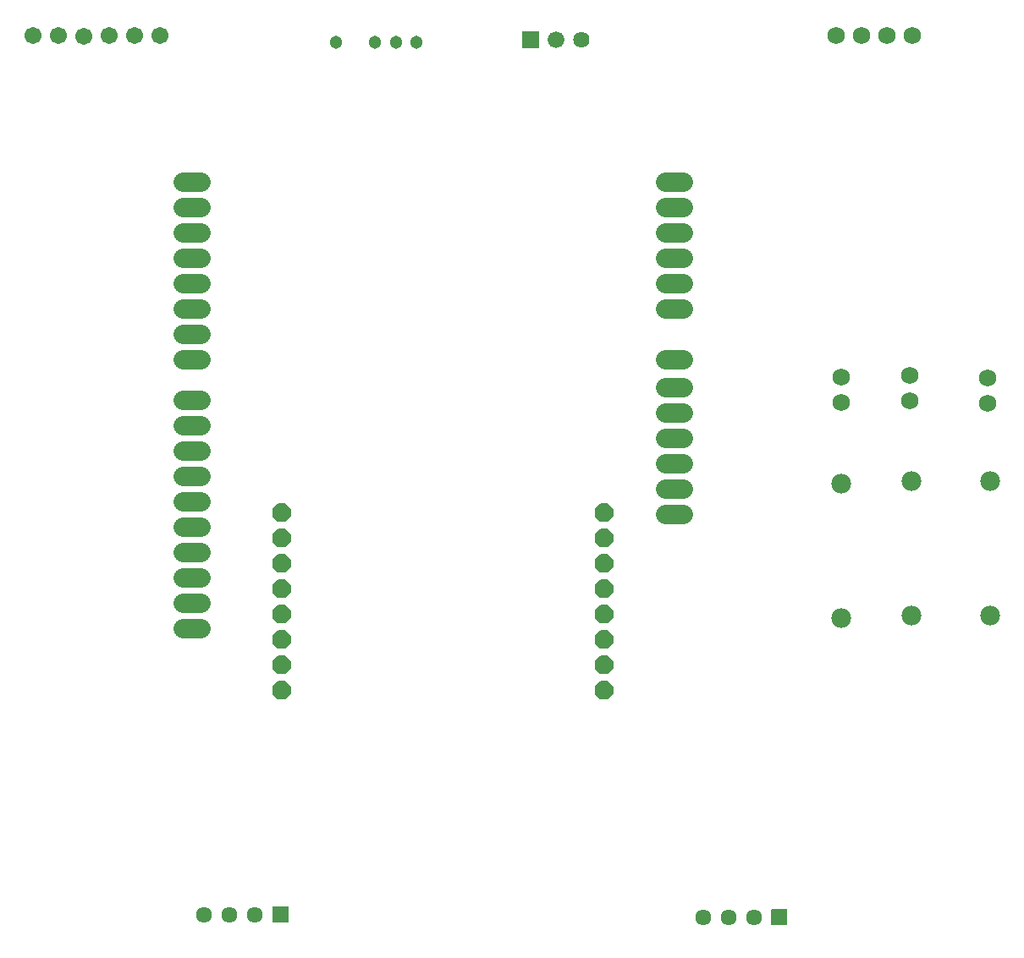
<source format=gbs>
G04 Layer: BottomSolderMaskLayer*
G04 EasyEDA v6.5.5, 2022-05-17 09:42:53*
G04 10cda3a1212d43f89cf9d1cb10f4882f,1cecfb22d57c4bfb82df15c5060036b0,10*
G04 Gerber Generator version 0.2*
G04 Scale: 100 percent, Rotated: No, Reflected: No *
G04 Dimensions in millimeters *
G04 leading zeros omitted , absolute positions ,4 integer and 5 decimal *
%FSLAX45Y45*%
%MOMM*%

%ADD28C,1.9812*%
%ADD30C,1.6096*%
%ADD31C,1.7272*%
%ADD32C,1.7516*%
%ADD33C,1.9812*%
%ADD34C,1.7032*%
%ADD35C,1.3016*%
%ADD36C,1.6256*%
%ADD37C,1.6764*%

%LPD*%
D28*
X6896100Y-5029200D02*
G01*
X7073900Y-5029200D01*
X6896100Y-4775200D02*
G01*
X7073900Y-4775200D01*
X6896100Y-4521200D02*
G01*
X7073900Y-4521200D01*
X6896100Y-4267200D02*
G01*
X7073900Y-4267200D01*
X6896100Y-4013200D02*
G01*
X7073900Y-4013200D01*
X6896100Y-3733800D02*
G01*
X7073900Y-3733800D01*
X6896100Y-3225800D02*
G01*
X7073900Y-3225800D01*
X6896100Y-2971800D02*
G01*
X7073900Y-2971800D01*
X6896100Y-2717800D02*
G01*
X7073900Y-2717800D01*
X6896100Y-2463800D02*
G01*
X7073900Y-2463800D01*
X6896100Y-2209800D02*
G01*
X7073900Y-2209800D01*
X6896100Y-1955800D02*
G01*
X7073900Y-1955800D01*
X2070100Y-1955800D02*
G01*
X2247900Y-1955800D01*
X2070100Y-2209800D02*
G01*
X2247900Y-2209800D01*
X2070100Y-2463800D02*
G01*
X2247900Y-2463800D01*
X2070100Y-2717800D02*
G01*
X2247900Y-2717800D01*
X2070100Y-2971800D02*
G01*
X2247900Y-2971800D01*
X2070100Y-3225800D02*
G01*
X2247900Y-3225800D01*
X2070100Y-3479800D02*
G01*
X2247900Y-3479800D01*
X2070100Y-3733800D02*
G01*
X2247900Y-3733800D01*
X2070100Y-4140200D02*
G01*
X2247900Y-4140200D01*
X2070100Y-4394200D02*
G01*
X2247900Y-4394200D01*
X2070100Y-4648200D02*
G01*
X2247900Y-4648200D01*
X2070100Y-4902200D02*
G01*
X2247900Y-4902200D01*
X2070100Y-5156200D02*
G01*
X2247900Y-5156200D01*
X2070100Y-5410200D02*
G01*
X2247900Y-5410200D01*
X2070100Y-5664200D02*
G01*
X2247900Y-5664200D01*
X2070100Y-5918200D02*
G01*
X2247900Y-5918200D01*
X2070100Y-6172200D02*
G01*
X2247900Y-6172200D01*
X2070100Y-6426200D02*
G01*
X2247900Y-6426200D01*
X6896100Y-5283200D02*
G01*
X7073900Y-5283200D01*
G36*
X7963661Y-9402318D02*
G01*
X7963700Y-9402279D01*
X7962176Y-9402025D01*
X7960652Y-9401263D01*
X7959636Y-9400247D01*
X7958874Y-9398723D01*
X7958620Y-9397199D01*
X7958581Y-9397237D01*
X7958581Y-9246362D01*
X7958620Y-9246400D01*
X7958874Y-9244876D01*
X7959636Y-9243352D01*
X7960652Y-9242336D01*
X7962176Y-9241574D01*
X7963700Y-9241320D01*
X7963661Y-9241281D01*
X8114538Y-9241281D01*
X8114499Y-9241320D01*
X8116023Y-9241574D01*
X8117547Y-9242336D01*
X8118563Y-9243352D01*
X8119325Y-9244876D01*
X8119579Y-9246400D01*
X8119618Y-9246362D01*
X8119618Y-9397237D01*
X8119579Y-9397199D01*
X8119325Y-9398723D01*
X8118563Y-9400247D01*
X8117547Y-9401263D01*
X8116023Y-9402025D01*
X8114499Y-9402279D01*
X8114538Y-9402318D01*
G37*
D30*
G01*
X7785100Y-9321800D03*
G01*
X7531100Y-9321800D03*
G01*
X7277100Y-9321800D03*
G36*
X2972561Y-9376918D02*
G01*
X2972600Y-9376879D01*
X2971076Y-9376625D01*
X2969552Y-9375863D01*
X2968536Y-9374847D01*
X2967774Y-9373323D01*
X2967520Y-9371799D01*
X2967481Y-9371837D01*
X2967481Y-9220962D01*
X2967520Y-9221000D01*
X2967774Y-9219476D01*
X2968536Y-9217952D01*
X2969552Y-9216936D01*
X2971076Y-9216174D01*
X2972600Y-9215920D01*
X2972561Y-9215881D01*
X3123438Y-9215881D01*
X3123399Y-9215920D01*
X3124923Y-9216174D01*
X3126447Y-9216936D01*
X3127463Y-9217952D01*
X3128225Y-9219476D01*
X3128479Y-9221000D01*
X3128518Y-9220962D01*
X3128518Y-9371837D01*
X3128479Y-9371799D01*
X3128225Y-9373323D01*
X3127463Y-9374847D01*
X3126447Y-9375863D01*
X3124923Y-9376625D01*
X3123399Y-9376879D01*
X3123438Y-9376918D01*
G37*
G01*
X2794000Y-9296400D03*
G01*
X2540000Y-9296400D03*
G01*
X2286000Y-9296400D03*
D31*
G01*
X8661389Y-3911589D03*
G01*
X8661389Y-4165589D03*
G01*
X9347189Y-3898889D03*
G01*
X9347189Y-4152889D03*
G01*
X10121889Y-3924289D03*
G01*
X10121889Y-4178289D03*
D32*
G01*
X8610600Y-495427D03*
G01*
X8864600Y-495427D03*
G01*
X9118600Y-495427D03*
G01*
X9372600Y-495172D03*
D33*
G01*
X8661400Y-4976495D03*
G01*
X8661400Y-6326504D03*
G01*
X9359900Y-4951095D03*
G01*
X9359900Y-6301104D03*
G01*
X10147300Y-4951095D03*
G01*
X10147300Y-6301104D03*
D34*
G01*
X1333500Y-495300D03*
G01*
X1841500Y-495300D03*
G01*
X1587500Y-495300D03*
G01*
X1079500Y-497839D03*
G01*
X825500Y-495300D03*
G01*
X571500Y-495300D03*
D35*
G01*
X4406900Y-558800D03*
G01*
X4203700Y-558800D03*
G01*
X3994150Y-558800D03*
G01*
X3606800Y-558800D03*
D36*
G01*
X6057900Y-533400D03*
D37*
G01*
X5803900Y-533400D03*
G36*
X5471159Y-617220D02*
G01*
X5469635Y-616965D01*
X5468111Y-616204D01*
X5467095Y-615187D01*
X5466333Y-613663D01*
X5466079Y-612139D01*
X5466079Y-612139D01*
X5466079Y-454660D01*
X5466079Y-454660D01*
X5466333Y-453136D01*
X5467095Y-451612D01*
X5468111Y-450595D01*
X5469635Y-449834D01*
X5471159Y-449579D01*
X5628640Y-449579D01*
X5630164Y-449834D01*
X5631688Y-450595D01*
X5632704Y-451612D01*
X5633466Y-453136D01*
X5633720Y-454660D01*
X5633720Y-454660D01*
X5633720Y-612139D01*
X5633720Y-612139D01*
X5633466Y-613663D01*
X5632704Y-615187D01*
X5631688Y-616204D01*
X5630164Y-616965D01*
X5628640Y-617220D01*
G37*
G36*
X3025165Y-5362803D02*
G01*
X3022117Y-5361787D01*
X3020593Y-5360771D01*
X3019577Y-5359755D01*
X3019552Y-5359907D01*
X2971291Y-5311647D01*
X2971444Y-5311647D01*
X2970428Y-5310631D01*
X2969412Y-5309107D01*
X2968396Y-5306060D01*
X2968396Y-5304536D01*
X2968497Y-5304536D01*
X2968497Y-5236463D01*
X2968396Y-5236489D01*
X2968396Y-5234965D01*
X2969412Y-5231917D01*
X2970428Y-5230393D01*
X2971444Y-5229377D01*
X2971291Y-5229352D01*
X3019552Y-5181092D01*
X3019577Y-5181269D01*
X3020593Y-5180253D01*
X3022117Y-5179237D01*
X3025165Y-5178221D01*
X3026689Y-5178221D01*
X3026663Y-5178297D01*
X3094736Y-5178297D01*
X3094710Y-5178221D01*
X3096234Y-5178221D01*
X3099282Y-5179237D01*
X3100806Y-5180253D01*
X3101822Y-5181269D01*
X3101847Y-5181092D01*
X3150108Y-5229352D01*
X3149955Y-5229377D01*
X3150971Y-5230393D01*
X3151987Y-5231917D01*
X3153003Y-5234965D01*
X3153003Y-5236489D01*
X3152902Y-5236463D01*
X3152902Y-5304536D01*
X3153003Y-5304536D01*
X3153003Y-5306060D01*
X3151987Y-5309107D01*
X3150971Y-5310631D01*
X3149955Y-5311647D01*
X3150108Y-5311647D01*
X3101847Y-5359907D01*
X3101822Y-5359755D01*
X3100806Y-5360771D01*
X3099282Y-5361787D01*
X3096234Y-5362803D01*
X3094710Y-5362803D01*
X3094736Y-5362702D01*
X3026663Y-5362702D01*
X3026689Y-5362803D01*
G37*
G36*
X3025165Y-5616803D02*
G01*
X3022117Y-5615787D01*
X3020593Y-5614771D01*
X3019577Y-5613755D01*
X3019552Y-5613907D01*
X2971291Y-5565647D01*
X2971444Y-5565647D01*
X2970428Y-5564631D01*
X2969412Y-5563107D01*
X2968396Y-5560060D01*
X2968396Y-5558536D01*
X2968497Y-5558536D01*
X2968497Y-5490463D01*
X2968396Y-5490489D01*
X2968396Y-5488965D01*
X2969412Y-5485917D01*
X2970428Y-5484393D01*
X2971444Y-5483377D01*
X2971291Y-5483352D01*
X3019552Y-5435092D01*
X3019577Y-5435269D01*
X3020593Y-5434253D01*
X3022117Y-5433237D01*
X3025165Y-5432221D01*
X3026689Y-5432221D01*
X3026663Y-5432297D01*
X3094736Y-5432297D01*
X3094710Y-5432221D01*
X3096234Y-5432221D01*
X3099282Y-5433237D01*
X3100806Y-5434253D01*
X3101822Y-5435269D01*
X3101847Y-5435092D01*
X3150108Y-5483352D01*
X3149955Y-5483377D01*
X3150971Y-5484393D01*
X3151987Y-5485917D01*
X3153003Y-5488965D01*
X3153003Y-5490489D01*
X3152902Y-5490463D01*
X3152902Y-5558536D01*
X3153003Y-5558536D01*
X3153003Y-5560060D01*
X3151987Y-5563107D01*
X3150971Y-5564631D01*
X3149955Y-5565647D01*
X3150108Y-5565647D01*
X3101847Y-5613907D01*
X3101822Y-5613755D01*
X3100806Y-5614771D01*
X3099282Y-5615787D01*
X3096234Y-5616803D01*
X3094710Y-5616803D01*
X3094736Y-5616702D01*
X3026663Y-5616702D01*
X3026689Y-5616803D01*
G37*
G36*
X3025165Y-5870803D02*
G01*
X3022117Y-5869787D01*
X3020593Y-5868771D01*
X3019577Y-5867755D01*
X3019552Y-5867907D01*
X2971291Y-5819647D01*
X2971444Y-5819647D01*
X2970428Y-5818631D01*
X2969412Y-5817107D01*
X2968396Y-5814060D01*
X2968396Y-5812536D01*
X2968497Y-5812536D01*
X2968497Y-5744463D01*
X2968396Y-5744489D01*
X2968396Y-5742965D01*
X2969412Y-5739917D01*
X2970428Y-5738393D01*
X2971444Y-5737377D01*
X2971291Y-5737352D01*
X3019552Y-5689092D01*
X3019577Y-5689269D01*
X3020593Y-5688253D01*
X3022117Y-5687237D01*
X3025165Y-5686221D01*
X3026689Y-5686221D01*
X3026663Y-5686297D01*
X3094736Y-5686297D01*
X3094710Y-5686221D01*
X3096234Y-5686221D01*
X3099282Y-5687237D01*
X3100806Y-5688253D01*
X3101822Y-5689269D01*
X3101847Y-5689092D01*
X3150108Y-5737352D01*
X3149955Y-5737377D01*
X3150971Y-5738393D01*
X3151987Y-5739917D01*
X3153003Y-5742965D01*
X3153003Y-5744489D01*
X3152902Y-5744463D01*
X3152902Y-5812536D01*
X3153003Y-5812536D01*
X3153003Y-5814060D01*
X3151987Y-5817107D01*
X3150971Y-5818631D01*
X3149955Y-5819647D01*
X3150108Y-5819647D01*
X3101847Y-5867907D01*
X3101822Y-5867755D01*
X3100806Y-5868771D01*
X3099282Y-5869787D01*
X3096234Y-5870803D01*
X3094710Y-5870803D01*
X3094736Y-5870702D01*
X3026663Y-5870702D01*
X3026689Y-5870803D01*
G37*
G36*
X3025165Y-6124803D02*
G01*
X3022117Y-6123787D01*
X3020593Y-6122771D01*
X3019577Y-6121755D01*
X3019552Y-6121907D01*
X2971291Y-6073647D01*
X2971444Y-6073622D01*
X2970428Y-6072606D01*
X2969412Y-6071082D01*
X2968396Y-6068034D01*
X2968396Y-6066510D01*
X2968497Y-6066536D01*
X2968497Y-5998463D01*
X2968396Y-5998489D01*
X2968396Y-5996965D01*
X2969412Y-5993917D01*
X2970428Y-5992393D01*
X2971444Y-5991377D01*
X2971291Y-5991352D01*
X3019552Y-5943092D01*
X3019577Y-5943269D01*
X3020593Y-5942253D01*
X3022117Y-5941237D01*
X3025165Y-5940221D01*
X3026689Y-5940221D01*
X3026663Y-5940297D01*
X3094736Y-5940297D01*
X3094710Y-5940221D01*
X3096234Y-5940221D01*
X3099282Y-5941237D01*
X3100806Y-5942253D01*
X3101822Y-5943269D01*
X3101847Y-5943092D01*
X3150108Y-5991352D01*
X3149955Y-5991377D01*
X3150971Y-5992393D01*
X3151987Y-5993917D01*
X3153003Y-5996965D01*
X3153003Y-5998489D01*
X3152902Y-5998463D01*
X3152902Y-6066536D01*
X3153003Y-6066510D01*
X3153003Y-6068034D01*
X3151987Y-6071082D01*
X3150971Y-6072606D01*
X3149955Y-6073622D01*
X3150108Y-6073647D01*
X3101847Y-6121907D01*
X3101822Y-6121755D01*
X3100806Y-6122771D01*
X3099282Y-6123787D01*
X3096234Y-6124803D01*
X3094710Y-6124803D01*
X3094736Y-6124702D01*
X3026663Y-6124702D01*
X3026689Y-6124803D01*
G37*
G36*
X3025165Y-6378803D02*
G01*
X3022117Y-6377787D01*
X3020593Y-6376771D01*
X3019577Y-6375755D01*
X3019552Y-6375907D01*
X2971291Y-6327647D01*
X2971444Y-6327622D01*
X2970428Y-6326606D01*
X2969412Y-6325082D01*
X2968396Y-6322034D01*
X2968396Y-6320510D01*
X2968497Y-6320536D01*
X2968497Y-6252463D01*
X2968396Y-6252489D01*
X2968396Y-6250965D01*
X2969412Y-6247917D01*
X2970428Y-6246393D01*
X2971444Y-6245377D01*
X2971291Y-6245352D01*
X3019552Y-6197092D01*
X3019577Y-6197269D01*
X3020593Y-6196253D01*
X3022117Y-6195237D01*
X3025165Y-6194221D01*
X3026689Y-6194221D01*
X3026663Y-6194297D01*
X3094736Y-6194297D01*
X3094710Y-6194221D01*
X3096234Y-6194221D01*
X3099282Y-6195237D01*
X3100806Y-6196253D01*
X3101822Y-6197269D01*
X3101847Y-6197092D01*
X3150108Y-6245352D01*
X3149955Y-6245377D01*
X3150971Y-6246393D01*
X3151987Y-6247917D01*
X3153003Y-6250965D01*
X3153003Y-6252489D01*
X3152902Y-6252463D01*
X3152902Y-6320536D01*
X3153003Y-6320510D01*
X3153003Y-6322034D01*
X3151987Y-6325082D01*
X3150971Y-6326606D01*
X3149955Y-6327622D01*
X3150108Y-6327647D01*
X3101847Y-6375907D01*
X3101822Y-6375755D01*
X3100806Y-6376771D01*
X3099282Y-6377787D01*
X3096234Y-6378803D01*
X3094710Y-6378803D01*
X3094736Y-6378702D01*
X3026663Y-6378702D01*
X3026689Y-6378803D01*
G37*
G36*
X3025165Y-6632803D02*
G01*
X3022117Y-6631787D01*
X3020593Y-6630771D01*
X3019577Y-6629755D01*
X3019552Y-6629908D01*
X2971291Y-6581647D01*
X2971444Y-6581622D01*
X2970428Y-6580606D01*
X2969412Y-6579082D01*
X2968396Y-6576034D01*
X2968396Y-6574510D01*
X2968497Y-6574536D01*
X2968497Y-6506463D01*
X2968396Y-6506489D01*
X2968396Y-6504965D01*
X2969412Y-6501917D01*
X2970428Y-6500393D01*
X2971444Y-6499377D01*
X2971291Y-6499352D01*
X3019552Y-6451092D01*
X3019577Y-6451244D01*
X3020593Y-6450228D01*
X3022117Y-6449212D01*
X3025165Y-6448196D01*
X3026689Y-6448196D01*
X3026663Y-6448297D01*
X3094736Y-6448297D01*
X3094710Y-6448196D01*
X3096234Y-6448196D01*
X3099282Y-6449212D01*
X3100806Y-6450228D01*
X3101822Y-6451244D01*
X3101847Y-6451092D01*
X3150108Y-6499352D01*
X3149955Y-6499377D01*
X3150971Y-6500393D01*
X3151987Y-6501917D01*
X3153003Y-6504965D01*
X3153003Y-6506489D01*
X3152902Y-6506463D01*
X3152902Y-6574536D01*
X3153003Y-6574510D01*
X3153003Y-6576034D01*
X3151987Y-6579082D01*
X3150971Y-6580606D01*
X3149955Y-6581622D01*
X3150108Y-6581647D01*
X3101847Y-6629908D01*
X3101822Y-6629755D01*
X3100806Y-6630771D01*
X3099282Y-6631787D01*
X3096234Y-6632803D01*
X3094710Y-6632803D01*
X3094736Y-6632702D01*
X3026663Y-6632702D01*
X3026689Y-6632803D01*
G37*
G36*
X3025165Y-6886803D02*
G01*
X3022117Y-6885787D01*
X3020593Y-6884771D01*
X3019577Y-6883755D01*
X3019552Y-6883908D01*
X2971291Y-6835647D01*
X2971444Y-6835622D01*
X2970428Y-6834606D01*
X2969412Y-6833082D01*
X2968396Y-6830034D01*
X2968396Y-6828510D01*
X2968497Y-6828536D01*
X2968497Y-6760463D01*
X2968396Y-6760489D01*
X2968396Y-6758965D01*
X2969412Y-6755917D01*
X2970428Y-6754393D01*
X2971444Y-6753377D01*
X2971291Y-6753352D01*
X3019552Y-6705092D01*
X3019577Y-6705244D01*
X3020593Y-6704228D01*
X3022117Y-6703212D01*
X3025165Y-6702196D01*
X3026689Y-6702196D01*
X3026663Y-6702297D01*
X3094736Y-6702297D01*
X3094710Y-6702196D01*
X3096234Y-6702196D01*
X3099282Y-6703212D01*
X3100806Y-6704228D01*
X3101822Y-6705244D01*
X3101847Y-6705092D01*
X3150108Y-6753352D01*
X3149955Y-6753377D01*
X3150971Y-6754393D01*
X3151987Y-6755917D01*
X3153003Y-6758965D01*
X3153003Y-6760489D01*
X3152902Y-6760463D01*
X3152902Y-6828536D01*
X3153003Y-6828510D01*
X3153003Y-6830034D01*
X3151987Y-6833082D01*
X3150971Y-6834606D01*
X3149955Y-6835622D01*
X3150108Y-6835647D01*
X3101847Y-6883908D01*
X3101822Y-6883755D01*
X3100806Y-6884771D01*
X3099282Y-6885787D01*
X3096234Y-6886803D01*
X3094710Y-6886803D01*
X3094736Y-6886702D01*
X3026663Y-6886702D01*
X3026689Y-6886803D01*
G37*
G36*
X3025165Y-7140803D02*
G01*
X3022117Y-7139787D01*
X3020593Y-7138771D01*
X3019577Y-7137755D01*
X3019552Y-7137908D01*
X2971291Y-7089647D01*
X2971444Y-7089622D01*
X2970428Y-7088606D01*
X2969412Y-7087082D01*
X2968396Y-7084034D01*
X2968396Y-7082510D01*
X2968497Y-7082536D01*
X2968497Y-7014463D01*
X2968396Y-7014489D01*
X2968396Y-7012965D01*
X2969412Y-7009917D01*
X2970428Y-7008393D01*
X2971444Y-7007377D01*
X2971291Y-7007352D01*
X3019552Y-6959092D01*
X3019577Y-6959244D01*
X3020593Y-6958228D01*
X3022117Y-6957212D01*
X3025165Y-6956196D01*
X3026689Y-6956196D01*
X3026663Y-6956297D01*
X3094736Y-6956297D01*
X3094710Y-6956196D01*
X3096234Y-6956196D01*
X3099282Y-6957212D01*
X3100806Y-6958228D01*
X3101822Y-6959244D01*
X3101847Y-6959092D01*
X3150108Y-7007352D01*
X3149955Y-7007377D01*
X3150971Y-7008393D01*
X3151987Y-7009917D01*
X3153003Y-7012965D01*
X3153003Y-7014489D01*
X3152902Y-7014463D01*
X3152902Y-7082536D01*
X3153003Y-7082510D01*
X3153003Y-7084034D01*
X3151987Y-7087082D01*
X3150971Y-7088606D01*
X3149955Y-7089622D01*
X3150108Y-7089647D01*
X3101847Y-7137908D01*
X3101822Y-7137755D01*
X3100806Y-7138771D01*
X3099282Y-7139787D01*
X3096234Y-7140803D01*
X3094710Y-7140803D01*
X3094736Y-7140702D01*
X3026663Y-7140702D01*
X3026689Y-7140803D01*
G37*
G36*
X6250940Y-5362803D02*
G01*
X6247891Y-5361787D01*
X6246368Y-5360771D01*
X6245352Y-5359755D01*
X6245352Y-5359907D01*
X6197091Y-5311647D01*
X6197244Y-5311647D01*
X6196228Y-5310631D01*
X6195212Y-5309107D01*
X6194196Y-5306060D01*
X6194196Y-5304536D01*
X6194297Y-5304536D01*
X6194297Y-5236463D01*
X6194196Y-5236489D01*
X6194196Y-5234965D01*
X6195212Y-5231917D01*
X6196228Y-5230393D01*
X6197244Y-5229377D01*
X6197091Y-5229352D01*
X6245352Y-5181092D01*
X6245352Y-5181269D01*
X6246368Y-5180253D01*
X6247891Y-5179237D01*
X6250940Y-5178221D01*
X6252463Y-5178221D01*
X6252463Y-5178297D01*
X6320536Y-5178297D01*
X6320510Y-5178221D01*
X6322034Y-5178221D01*
X6325082Y-5179237D01*
X6326606Y-5180253D01*
X6327622Y-5181269D01*
X6327647Y-5181092D01*
X6375908Y-5229352D01*
X6375730Y-5229377D01*
X6376746Y-5230393D01*
X6377762Y-5231917D01*
X6378778Y-5234965D01*
X6378778Y-5236489D01*
X6378702Y-5236463D01*
X6378702Y-5304536D01*
X6378778Y-5304536D01*
X6378778Y-5306060D01*
X6377762Y-5309107D01*
X6376746Y-5310631D01*
X6375730Y-5311647D01*
X6375908Y-5311647D01*
X6327647Y-5359907D01*
X6327622Y-5359755D01*
X6326606Y-5360771D01*
X6325082Y-5361787D01*
X6322034Y-5362803D01*
X6320510Y-5362803D01*
X6320536Y-5362702D01*
X6252463Y-5362702D01*
X6252463Y-5362803D01*
G37*
G36*
X6250940Y-5616803D02*
G01*
X6247891Y-5615787D01*
X6246368Y-5614771D01*
X6245352Y-5613755D01*
X6245352Y-5613907D01*
X6197091Y-5565647D01*
X6197244Y-5565647D01*
X6196228Y-5564631D01*
X6195212Y-5563107D01*
X6194196Y-5560060D01*
X6194196Y-5558536D01*
X6194297Y-5558536D01*
X6194297Y-5490463D01*
X6194196Y-5490489D01*
X6194196Y-5488965D01*
X6195212Y-5485917D01*
X6196228Y-5484393D01*
X6197244Y-5483377D01*
X6197091Y-5483352D01*
X6245352Y-5435092D01*
X6245352Y-5435269D01*
X6246368Y-5434253D01*
X6247891Y-5433237D01*
X6250940Y-5432221D01*
X6252463Y-5432221D01*
X6252463Y-5432297D01*
X6320536Y-5432297D01*
X6320510Y-5432221D01*
X6322034Y-5432221D01*
X6325082Y-5433237D01*
X6326606Y-5434253D01*
X6327622Y-5435269D01*
X6327647Y-5435092D01*
X6375908Y-5483352D01*
X6375730Y-5483377D01*
X6376746Y-5484393D01*
X6377762Y-5485917D01*
X6378778Y-5488965D01*
X6378778Y-5490489D01*
X6378702Y-5490463D01*
X6378702Y-5558536D01*
X6378778Y-5558536D01*
X6378778Y-5560060D01*
X6377762Y-5563107D01*
X6376746Y-5564631D01*
X6375730Y-5565647D01*
X6375908Y-5565647D01*
X6327647Y-5613907D01*
X6327622Y-5613755D01*
X6326606Y-5614771D01*
X6325082Y-5615787D01*
X6322034Y-5616803D01*
X6320510Y-5616803D01*
X6320536Y-5616702D01*
X6252463Y-5616702D01*
X6252463Y-5616803D01*
G37*
G36*
X6250940Y-5870803D02*
G01*
X6247891Y-5869787D01*
X6246368Y-5868771D01*
X6245352Y-5867755D01*
X6245352Y-5867907D01*
X6197091Y-5819647D01*
X6197244Y-5819647D01*
X6196228Y-5818631D01*
X6195212Y-5817107D01*
X6194196Y-5814060D01*
X6194196Y-5812536D01*
X6194297Y-5812536D01*
X6194297Y-5744463D01*
X6194196Y-5744489D01*
X6194196Y-5742965D01*
X6195212Y-5739917D01*
X6196228Y-5738393D01*
X6197244Y-5737377D01*
X6197091Y-5737352D01*
X6245352Y-5689092D01*
X6245352Y-5689269D01*
X6246368Y-5688253D01*
X6247891Y-5687237D01*
X6250940Y-5686221D01*
X6252463Y-5686221D01*
X6252463Y-5686297D01*
X6320536Y-5686297D01*
X6320510Y-5686221D01*
X6322034Y-5686221D01*
X6325082Y-5687237D01*
X6326606Y-5688253D01*
X6327622Y-5689269D01*
X6327647Y-5689092D01*
X6375908Y-5737352D01*
X6375730Y-5737377D01*
X6376746Y-5738393D01*
X6377762Y-5739917D01*
X6378778Y-5742965D01*
X6378778Y-5744489D01*
X6378702Y-5744463D01*
X6378702Y-5812536D01*
X6378778Y-5812536D01*
X6378778Y-5814060D01*
X6377762Y-5817107D01*
X6376746Y-5818631D01*
X6375730Y-5819647D01*
X6375908Y-5819647D01*
X6327647Y-5867907D01*
X6327622Y-5867755D01*
X6326606Y-5868771D01*
X6325082Y-5869787D01*
X6322034Y-5870803D01*
X6320510Y-5870803D01*
X6320536Y-5870702D01*
X6252463Y-5870702D01*
X6252463Y-5870803D01*
G37*
G36*
X6250940Y-6124803D02*
G01*
X6247891Y-6123787D01*
X6246368Y-6122771D01*
X6245352Y-6121755D01*
X6245352Y-6121907D01*
X6197091Y-6073647D01*
X6197244Y-6073622D01*
X6196228Y-6072606D01*
X6195212Y-6071082D01*
X6194196Y-6068034D01*
X6194196Y-6066510D01*
X6194297Y-6066536D01*
X6194297Y-5998463D01*
X6194196Y-5998489D01*
X6194196Y-5996965D01*
X6195212Y-5993917D01*
X6196228Y-5992393D01*
X6197244Y-5991377D01*
X6197091Y-5991352D01*
X6245352Y-5943092D01*
X6245352Y-5943269D01*
X6246368Y-5942253D01*
X6247891Y-5941237D01*
X6250940Y-5940221D01*
X6252463Y-5940221D01*
X6252463Y-5940297D01*
X6320536Y-5940297D01*
X6320510Y-5940221D01*
X6322034Y-5940221D01*
X6325082Y-5941237D01*
X6326606Y-5942253D01*
X6327622Y-5943269D01*
X6327647Y-5943092D01*
X6375908Y-5991352D01*
X6375730Y-5991377D01*
X6376746Y-5992393D01*
X6377762Y-5993917D01*
X6378778Y-5996965D01*
X6378778Y-5998489D01*
X6378702Y-5998463D01*
X6378702Y-6066536D01*
X6378778Y-6066510D01*
X6378778Y-6068034D01*
X6377762Y-6071082D01*
X6376746Y-6072606D01*
X6375730Y-6073622D01*
X6375908Y-6073647D01*
X6327647Y-6121907D01*
X6327622Y-6121755D01*
X6326606Y-6122771D01*
X6325082Y-6123787D01*
X6322034Y-6124803D01*
X6320510Y-6124803D01*
X6320536Y-6124702D01*
X6252463Y-6124702D01*
X6252463Y-6124803D01*
G37*
G36*
X6250940Y-6378803D02*
G01*
X6247891Y-6377787D01*
X6246368Y-6376771D01*
X6245352Y-6375755D01*
X6245352Y-6375907D01*
X6197091Y-6327647D01*
X6197244Y-6327622D01*
X6196228Y-6326606D01*
X6195212Y-6325082D01*
X6194196Y-6322034D01*
X6194196Y-6320510D01*
X6194297Y-6320536D01*
X6194297Y-6252463D01*
X6194196Y-6252489D01*
X6194196Y-6250965D01*
X6195212Y-6247917D01*
X6196228Y-6246393D01*
X6197244Y-6245377D01*
X6197091Y-6245352D01*
X6245352Y-6197092D01*
X6245352Y-6197269D01*
X6246368Y-6196253D01*
X6247891Y-6195237D01*
X6250940Y-6194221D01*
X6252463Y-6194221D01*
X6252463Y-6194297D01*
X6320536Y-6194297D01*
X6320510Y-6194221D01*
X6322034Y-6194221D01*
X6325082Y-6195237D01*
X6326606Y-6196253D01*
X6327622Y-6197269D01*
X6327647Y-6197092D01*
X6375908Y-6245352D01*
X6375730Y-6245377D01*
X6376746Y-6246393D01*
X6377762Y-6247917D01*
X6378778Y-6250965D01*
X6378778Y-6252489D01*
X6378702Y-6252463D01*
X6378702Y-6320536D01*
X6378778Y-6320510D01*
X6378778Y-6322034D01*
X6377762Y-6325082D01*
X6376746Y-6326606D01*
X6375730Y-6327622D01*
X6375908Y-6327647D01*
X6327647Y-6375907D01*
X6327622Y-6375755D01*
X6326606Y-6376771D01*
X6325082Y-6377787D01*
X6322034Y-6378803D01*
X6320510Y-6378803D01*
X6320536Y-6378702D01*
X6252463Y-6378702D01*
X6252463Y-6378803D01*
G37*
G36*
X6250940Y-6632803D02*
G01*
X6247891Y-6631787D01*
X6246368Y-6630771D01*
X6245352Y-6629755D01*
X6245352Y-6629908D01*
X6197091Y-6581647D01*
X6197244Y-6581622D01*
X6196228Y-6580606D01*
X6195212Y-6579082D01*
X6194196Y-6576034D01*
X6194196Y-6574510D01*
X6194297Y-6574536D01*
X6194297Y-6506463D01*
X6194196Y-6506489D01*
X6194196Y-6504965D01*
X6195212Y-6501917D01*
X6196228Y-6500393D01*
X6197244Y-6499377D01*
X6197091Y-6499352D01*
X6245352Y-6451092D01*
X6245352Y-6451244D01*
X6246368Y-6450228D01*
X6247891Y-6449212D01*
X6250940Y-6448196D01*
X6252463Y-6448196D01*
X6252463Y-6448297D01*
X6320536Y-6448297D01*
X6320510Y-6448196D01*
X6322034Y-6448196D01*
X6325082Y-6449212D01*
X6326606Y-6450228D01*
X6327622Y-6451244D01*
X6327647Y-6451092D01*
X6375908Y-6499352D01*
X6375730Y-6499377D01*
X6376746Y-6500393D01*
X6377762Y-6501917D01*
X6378778Y-6504965D01*
X6378778Y-6506489D01*
X6378702Y-6506463D01*
X6378702Y-6574536D01*
X6378778Y-6574510D01*
X6378778Y-6576034D01*
X6377762Y-6579082D01*
X6376746Y-6580606D01*
X6375730Y-6581622D01*
X6375908Y-6581647D01*
X6327647Y-6629908D01*
X6327622Y-6629755D01*
X6326606Y-6630771D01*
X6325082Y-6631787D01*
X6322034Y-6632803D01*
X6320510Y-6632803D01*
X6320536Y-6632702D01*
X6252463Y-6632702D01*
X6252463Y-6632803D01*
G37*
G36*
X6250940Y-6886803D02*
G01*
X6247891Y-6885787D01*
X6246368Y-6884771D01*
X6245352Y-6883755D01*
X6245352Y-6883908D01*
X6197091Y-6835647D01*
X6197244Y-6835622D01*
X6196228Y-6834606D01*
X6195212Y-6833082D01*
X6194196Y-6830034D01*
X6194196Y-6828510D01*
X6194297Y-6828536D01*
X6194297Y-6760463D01*
X6194196Y-6760489D01*
X6194196Y-6758965D01*
X6195212Y-6755917D01*
X6196228Y-6754393D01*
X6197244Y-6753377D01*
X6197091Y-6753352D01*
X6245352Y-6705092D01*
X6245352Y-6705244D01*
X6246368Y-6704228D01*
X6247891Y-6703212D01*
X6250940Y-6702196D01*
X6252463Y-6702196D01*
X6252463Y-6702297D01*
X6320536Y-6702297D01*
X6320510Y-6702196D01*
X6322034Y-6702196D01*
X6325082Y-6703212D01*
X6326606Y-6704228D01*
X6327622Y-6705244D01*
X6327647Y-6705092D01*
X6375908Y-6753352D01*
X6375730Y-6753377D01*
X6376746Y-6754393D01*
X6377762Y-6755917D01*
X6378778Y-6758965D01*
X6378778Y-6760489D01*
X6378702Y-6760463D01*
X6378702Y-6828536D01*
X6378778Y-6828510D01*
X6378778Y-6830034D01*
X6377762Y-6833082D01*
X6376746Y-6834606D01*
X6375730Y-6835622D01*
X6375908Y-6835647D01*
X6327647Y-6883908D01*
X6327622Y-6883755D01*
X6326606Y-6884771D01*
X6325082Y-6885787D01*
X6322034Y-6886803D01*
X6320510Y-6886803D01*
X6320536Y-6886702D01*
X6252463Y-6886702D01*
X6252463Y-6886803D01*
G37*
G36*
X6250940Y-7140803D02*
G01*
X6247891Y-7139787D01*
X6246368Y-7138771D01*
X6245352Y-7137755D01*
X6245352Y-7137908D01*
X6197091Y-7089647D01*
X6197244Y-7089622D01*
X6196228Y-7088606D01*
X6195212Y-7087082D01*
X6194196Y-7084034D01*
X6194196Y-7082510D01*
X6194297Y-7082536D01*
X6194297Y-7014463D01*
X6194196Y-7014489D01*
X6194196Y-7012965D01*
X6195212Y-7009917D01*
X6196228Y-7008393D01*
X6197244Y-7007377D01*
X6197091Y-7007352D01*
X6245352Y-6959092D01*
X6245352Y-6959244D01*
X6246368Y-6958228D01*
X6247891Y-6957212D01*
X6250940Y-6956196D01*
X6252463Y-6956196D01*
X6252463Y-6956297D01*
X6320536Y-6956297D01*
X6320510Y-6956196D01*
X6322034Y-6956196D01*
X6325082Y-6957212D01*
X6326606Y-6958228D01*
X6327622Y-6959244D01*
X6327647Y-6959092D01*
X6375908Y-7007352D01*
X6375730Y-7007377D01*
X6376746Y-7008393D01*
X6377762Y-7009917D01*
X6378778Y-7012965D01*
X6378778Y-7014489D01*
X6378702Y-7014463D01*
X6378702Y-7082536D01*
X6378778Y-7082510D01*
X6378778Y-7084034D01*
X6377762Y-7087082D01*
X6376746Y-7088606D01*
X6375730Y-7089622D01*
X6375908Y-7089647D01*
X6327647Y-7137908D01*
X6327622Y-7137755D01*
X6326606Y-7138771D01*
X6325082Y-7139787D01*
X6322034Y-7140803D01*
X6320510Y-7140803D01*
X6320536Y-7140702D01*
X6252463Y-7140702D01*
X6252463Y-7140803D01*
G37*
M02*

</source>
